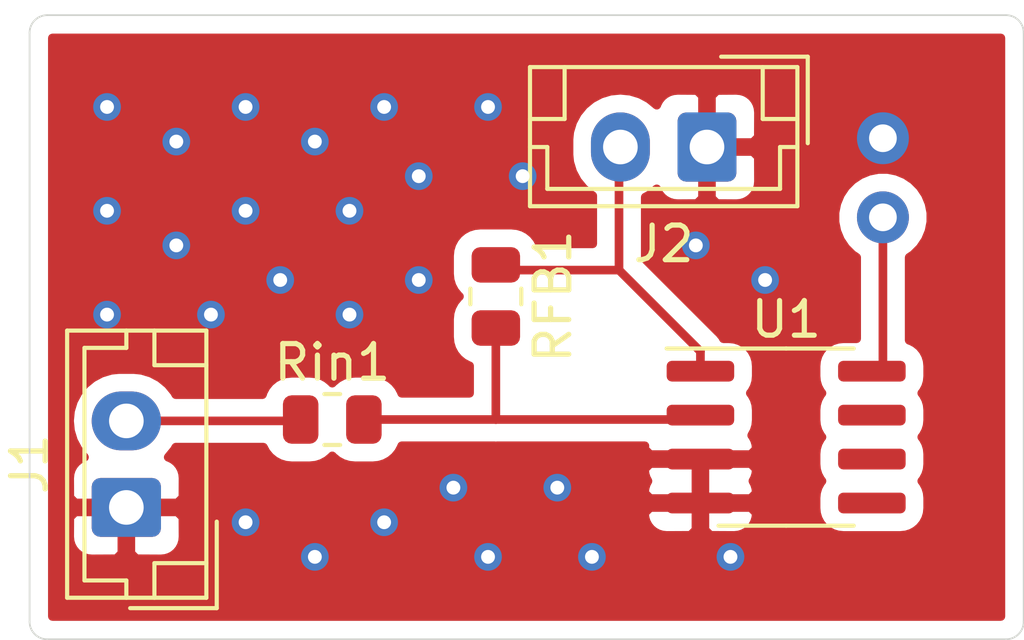
<source format=kicad_pcb>
(kicad_pcb (version 20171130) (host pcbnew "(5.1.9)-1")

  (general
    (thickness 1.6)
    (drawings 8)
    (tracks 41)
    (zones 0)
    (modules 5)
    (nets 9)
  )

  (page A4)
  (layers
    (0 F.Cu signal)
    (31 B.Cu signal)
    (32 B.Adhes user)
    (33 F.Adhes user)
    (34 B.Paste user)
    (35 F.Paste user)
    (36 B.SilkS user)
    (37 F.SilkS user)
    (38 B.Mask user)
    (39 F.Mask user)
    (40 Dwgs.User user)
    (41 Cmts.User user)
    (42 Eco1.User user)
    (43 Eco2.User user)
    (44 Edge.Cuts user)
    (45 Margin user)
    (46 B.CrtYd user)
    (47 F.CrtYd user)
    (48 B.Fab user)
    (49 F.Fab user)
  )

  (setup
    (last_trace_width 0.25)
    (trace_clearance 0.2)
    (zone_clearance 0.508)
    (zone_45_only no)
    (trace_min 0.2)
    (via_size 0.8)
    (via_drill 0.4)
    (via_min_size 0.4)
    (via_min_drill 0.3)
    (uvia_size 0.3)
    (uvia_drill 0.1)
    (uvias_allowed no)
    (uvia_min_size 0.2)
    (uvia_min_drill 0.1)
    (edge_width 0.05)
    (segment_width 0.2)
    (pcb_text_width 0.3)
    (pcb_text_size 1.5 1.5)
    (mod_edge_width 0.12)
    (mod_text_size 1 1)
    (mod_text_width 0.15)
    (pad_size 1.524 1.524)
    (pad_drill 0.762)
    (pad_to_mask_clearance 0)
    (aux_axis_origin 0 0)
    (visible_elements 7FFFFFFF)
    (pcbplotparams
      (layerselection 0x010fc_ffffffff)
      (usegerberextensions false)
      (usegerberattributes true)
      (usegerberadvancedattributes true)
      (creategerberjobfile true)
      (excludeedgelayer true)
      (linewidth 0.100000)
      (plotframeref false)
      (viasonmask false)
      (mode 1)
      (useauxorigin false)
      (hpglpennumber 1)
      (hpglpenspeed 20)
      (hpglpendiameter 15.000000)
      (psnegative false)
      (psa4output false)
      (plotreference true)
      (plotvalue true)
      (plotinvisibletext false)
      (padsonsilk false)
      (subtractmaskfromsilk false)
      (outputformat 1)
      (mirror false)
      (drillshape 1)
      (scaleselection 1)
      (outputdirectory ""))
  )

  (net 0 "")
  (net 1 "Net-(J1-Pad2)")
  (net 2 GND)
  (net 3 "Net-(J2-Pad2)")
  (net 4 "Net-(RFB1-Pad2)")
  (net 5 "Net-(U1-Pad5)")
  (net 6 "Net-(U1-Pad6)")
  (net 7 "Net-(U1-Pad7)")
  (net 8 VCC)

  (net_class Default "This is the default net class."
    (clearance 0.2)
    (trace_width 0.25)
    (via_dia 0.8)
    (via_drill 0.4)
    (uvia_dia 0.3)
    (uvia_drill 0.1)
    (add_net GND)
    (add_net "Net-(J1-Pad2)")
    (add_net "Net-(J2-Pad2)")
    (add_net "Net-(RFB1-Pad2)")
    (add_net "Net-(U1-Pad5)")
    (add_net "Net-(U1-Pad6)")
    (add_net "Net-(U1-Pad7)")
    (add_net VCC)
  )

  (module Connector_JST:JST_EH_B2B-EH-A_1x02_P2.50mm_Vertical (layer F.Cu) (tedit 5C28142C) (tstamp 600BAAE0)
    (at 114.046 68.072 90)
    (descr "JST EH series connector, B2B-EH-A (http://www.jst-mfg.com/product/pdf/eng/eEH.pdf), generated with kicad-footprint-generator")
    (tags "connector JST EH vertical")
    (path /600BDDAF)
    (fp_text reference J1 (at 1.25 -2.8 90) (layer F.SilkS)
      (effects (font (size 1 1) (thickness 0.15)))
    )
    (fp_text value 4P2C (at 1.25 3.4 90) (layer F.Fab)
      (effects (font (size 1 1) (thickness 0.15)))
    )
    (fp_line (start -2.91 2.61) (end -0.41 2.61) (layer F.Fab) (width 0.1))
    (fp_line (start -2.91 0.11) (end -2.91 2.61) (layer F.Fab) (width 0.1))
    (fp_line (start -2.91 2.61) (end -0.41 2.61) (layer F.SilkS) (width 0.12))
    (fp_line (start -2.91 0.11) (end -2.91 2.61) (layer F.SilkS) (width 0.12))
    (fp_line (start 4.11 0.81) (end 4.11 2.31) (layer F.SilkS) (width 0.12))
    (fp_line (start 5.11 0.81) (end 4.11 0.81) (layer F.SilkS) (width 0.12))
    (fp_line (start -1.61 0.81) (end -1.61 2.31) (layer F.SilkS) (width 0.12))
    (fp_line (start -2.61 0.81) (end -1.61 0.81) (layer F.SilkS) (width 0.12))
    (fp_line (start 4.61 0) (end 5.11 0) (layer F.SilkS) (width 0.12))
    (fp_line (start 4.61 -1.21) (end 4.61 0) (layer F.SilkS) (width 0.12))
    (fp_line (start -2.11 -1.21) (end 4.61 -1.21) (layer F.SilkS) (width 0.12))
    (fp_line (start -2.11 0) (end -2.11 -1.21) (layer F.SilkS) (width 0.12))
    (fp_line (start -2.61 0) (end -2.11 0) (layer F.SilkS) (width 0.12))
    (fp_line (start 5.11 -1.71) (end -2.61 -1.71) (layer F.SilkS) (width 0.12))
    (fp_line (start 5.11 2.31) (end 5.11 -1.71) (layer F.SilkS) (width 0.12))
    (fp_line (start -2.61 2.31) (end 5.11 2.31) (layer F.SilkS) (width 0.12))
    (fp_line (start -2.61 -1.71) (end -2.61 2.31) (layer F.SilkS) (width 0.12))
    (fp_line (start 5.5 -2.1) (end -3 -2.1) (layer F.CrtYd) (width 0.05))
    (fp_line (start 5.5 2.7) (end 5.5 -2.1) (layer F.CrtYd) (width 0.05))
    (fp_line (start -3 2.7) (end 5.5 2.7) (layer F.CrtYd) (width 0.05))
    (fp_line (start -3 -2.1) (end -3 2.7) (layer F.CrtYd) (width 0.05))
    (fp_line (start 5 -1.6) (end -2.5 -1.6) (layer F.Fab) (width 0.1))
    (fp_line (start 5 2.2) (end 5 -1.6) (layer F.Fab) (width 0.1))
    (fp_line (start -2.5 2.2) (end 5 2.2) (layer F.Fab) (width 0.1))
    (fp_line (start -2.5 -1.6) (end -2.5 2.2) (layer F.Fab) (width 0.1))
    (fp_text user %R (at 1.25 1.5 90) (layer F.Fab)
      (effects (font (size 1 1) (thickness 0.15)))
    )
    (pad 2 thru_hole oval (at 2.5 0 90) (size 1.7 2) (drill 1) (layers *.Cu *.Mask)
      (net 1 "Net-(J1-Pad2)"))
    (pad 1 thru_hole roundrect (at 0 0 90) (size 1.7 2) (drill 1) (layers *.Cu *.Mask) (roundrect_rratio 0.147059)
      (net 2 GND))
    (model ${KISYS3DMOD}/Connector_JST.3dshapes/JST_EH_B2B-EH-A_1x02_P2.50mm_Vertical.wrl
      (at (xyz 0 0 0))
      (scale (xyz 1 1 1))
      (rotate (xyz 0 0 0))
    )
  )

  (module Connector_JST:JST_EH_B2B-EH-A_1x02_P2.50mm_Vertical (layer F.Cu) (tedit 5C28142C) (tstamp 600BAB00)
    (at 130.81 57.658 180)
    (descr "JST EH series connector, B2B-EH-A (http://www.jst-mfg.com/product/pdf/eng/eEH.pdf), generated with kicad-footprint-generator")
    (tags "connector JST EH vertical")
    (path /600BBFF8)
    (fp_text reference J2 (at 1.25 -2.8) (layer F.SilkS)
      (effects (font (size 1 1) (thickness 0.15)))
    )
    (fp_text value 4P2C (at 1.25 3.4) (layer F.Fab)
      (effects (font (size 1 1) (thickness 0.15)))
    )
    (fp_line (start -2.5 -1.6) (end -2.5 2.2) (layer F.Fab) (width 0.1))
    (fp_line (start -2.5 2.2) (end 5 2.2) (layer F.Fab) (width 0.1))
    (fp_line (start 5 2.2) (end 5 -1.6) (layer F.Fab) (width 0.1))
    (fp_line (start 5 -1.6) (end -2.5 -1.6) (layer F.Fab) (width 0.1))
    (fp_line (start -3 -2.1) (end -3 2.7) (layer F.CrtYd) (width 0.05))
    (fp_line (start -3 2.7) (end 5.5 2.7) (layer F.CrtYd) (width 0.05))
    (fp_line (start 5.5 2.7) (end 5.5 -2.1) (layer F.CrtYd) (width 0.05))
    (fp_line (start 5.5 -2.1) (end -3 -2.1) (layer F.CrtYd) (width 0.05))
    (fp_line (start -2.61 -1.71) (end -2.61 2.31) (layer F.SilkS) (width 0.12))
    (fp_line (start -2.61 2.31) (end 5.11 2.31) (layer F.SilkS) (width 0.12))
    (fp_line (start 5.11 2.31) (end 5.11 -1.71) (layer F.SilkS) (width 0.12))
    (fp_line (start 5.11 -1.71) (end -2.61 -1.71) (layer F.SilkS) (width 0.12))
    (fp_line (start -2.61 0) (end -2.11 0) (layer F.SilkS) (width 0.12))
    (fp_line (start -2.11 0) (end -2.11 -1.21) (layer F.SilkS) (width 0.12))
    (fp_line (start -2.11 -1.21) (end 4.61 -1.21) (layer F.SilkS) (width 0.12))
    (fp_line (start 4.61 -1.21) (end 4.61 0) (layer F.SilkS) (width 0.12))
    (fp_line (start 4.61 0) (end 5.11 0) (layer F.SilkS) (width 0.12))
    (fp_line (start -2.61 0.81) (end -1.61 0.81) (layer F.SilkS) (width 0.12))
    (fp_line (start -1.61 0.81) (end -1.61 2.31) (layer F.SilkS) (width 0.12))
    (fp_line (start 5.11 0.81) (end 4.11 0.81) (layer F.SilkS) (width 0.12))
    (fp_line (start 4.11 0.81) (end 4.11 2.31) (layer F.SilkS) (width 0.12))
    (fp_line (start -2.91 0.11) (end -2.91 2.61) (layer F.SilkS) (width 0.12))
    (fp_line (start -2.91 2.61) (end -0.41 2.61) (layer F.SilkS) (width 0.12))
    (fp_line (start -2.91 0.11) (end -2.91 2.61) (layer F.Fab) (width 0.1))
    (fp_line (start -2.91 2.61) (end -0.41 2.61) (layer F.Fab) (width 0.1))
    (fp_text user %R (at 1.25 1.5) (layer F.Fab)
      (effects (font (size 1 1) (thickness 0.15)))
    )
    (pad 1 thru_hole roundrect (at 0 0 180) (size 1.7 2) (drill 1) (layers *.Cu *.Mask) (roundrect_rratio 0.147059)
      (net 2 GND))
    (pad 2 thru_hole oval (at 2.5 0 180) (size 1.7 2) (drill 1) (layers *.Cu *.Mask)
      (net 3 "Net-(J2-Pad2)"))
    (model ${KISYS3DMOD}/Connector_JST.3dshapes/JST_EH_B2B-EH-A_1x02_P2.50mm_Vertical.wrl
      (at (xyz 0 0 0))
      (scale (xyz 1 1 1))
      (rotate (xyz 0 0 0))
    )
  )

  (module Resistor_SMD:R_0805_2012Metric (layer F.Cu) (tedit 5F68FEEE) (tstamp 600BAB11)
    (at 124.714 61.976 270)
    (descr "Resistor SMD 0805 (2012 Metric), square (rectangular) end terminal, IPC_7351 nominal, (Body size source: IPC-SM-782 page 72, https://www.pcb-3d.com/wordpress/wp-content/uploads/ipc-sm-782a_amendment_1_and_2.pdf), generated with kicad-footprint-generator")
    (tags resistor)
    (path /600B7210)
    (attr smd)
    (fp_text reference RFB1 (at 0 -1.65 90) (layer F.SilkS)
      (effects (font (size 1 1) (thickness 0.15)))
    )
    (fp_text value 1k (at 0 1.65 90) (layer F.Fab)
      (effects (font (size 1 1) (thickness 0.15)))
    )
    (fp_line (start 1.68 0.95) (end -1.68 0.95) (layer F.CrtYd) (width 0.05))
    (fp_line (start 1.68 -0.95) (end 1.68 0.95) (layer F.CrtYd) (width 0.05))
    (fp_line (start -1.68 -0.95) (end 1.68 -0.95) (layer F.CrtYd) (width 0.05))
    (fp_line (start -1.68 0.95) (end -1.68 -0.95) (layer F.CrtYd) (width 0.05))
    (fp_line (start -0.227064 0.735) (end 0.227064 0.735) (layer F.SilkS) (width 0.12))
    (fp_line (start -0.227064 -0.735) (end 0.227064 -0.735) (layer F.SilkS) (width 0.12))
    (fp_line (start 1 0.625) (end -1 0.625) (layer F.Fab) (width 0.1))
    (fp_line (start 1 -0.625) (end 1 0.625) (layer F.Fab) (width 0.1))
    (fp_line (start -1 -0.625) (end 1 -0.625) (layer F.Fab) (width 0.1))
    (fp_line (start -1 0.625) (end -1 -0.625) (layer F.Fab) (width 0.1))
    (fp_text user %R (at 0 0 90) (layer F.Fab)
      (effects (font (size 0.5 0.5) (thickness 0.08)))
    )
    (pad 2 smd roundrect (at 0.9125 0 270) (size 1.025 1.4) (layers F.Cu F.Paste F.Mask) (roundrect_rratio 0.243902)
      (net 4 "Net-(RFB1-Pad2)"))
    (pad 1 smd roundrect (at -0.9125 0 270) (size 1.025 1.4) (layers F.Cu F.Paste F.Mask) (roundrect_rratio 0.243902)
      (net 3 "Net-(J2-Pad2)"))
    (model ${KISYS3DMOD}/Resistor_SMD.3dshapes/R_0805_2012Metric.wrl
      (at (xyz 0 0 0))
      (scale (xyz 1 1 1))
      (rotate (xyz 0 0 0))
    )
  )

  (module Resistor_SMD:R_0805_2012Metric (layer F.Cu) (tedit 5F68FEEE) (tstamp 600BAB22)
    (at 119.9915 65.532)
    (descr "Resistor SMD 0805 (2012 Metric), square (rectangular) end terminal, IPC_7351 nominal, (Body size source: IPC-SM-782 page 72, https://www.pcb-3d.com/wordpress/wp-content/uploads/ipc-sm-782a_amendment_1_and_2.pdf), generated with kicad-footprint-generator")
    (tags resistor)
    (path /600B31C9)
    (attr smd)
    (fp_text reference Rin1 (at 0 -1.65) (layer F.SilkS)
      (effects (font (size 1 1) (thickness 0.15)))
    )
    (fp_text value 100 (at 0 1.65) (layer F.Fab)
      (effects (font (size 1 1) (thickness 0.15)))
    )
    (fp_line (start -1 0.625) (end -1 -0.625) (layer F.Fab) (width 0.1))
    (fp_line (start -1 -0.625) (end 1 -0.625) (layer F.Fab) (width 0.1))
    (fp_line (start 1 -0.625) (end 1 0.625) (layer F.Fab) (width 0.1))
    (fp_line (start 1 0.625) (end -1 0.625) (layer F.Fab) (width 0.1))
    (fp_line (start -0.227064 -0.735) (end 0.227064 -0.735) (layer F.SilkS) (width 0.12))
    (fp_line (start -0.227064 0.735) (end 0.227064 0.735) (layer F.SilkS) (width 0.12))
    (fp_line (start -1.68 0.95) (end -1.68 -0.95) (layer F.CrtYd) (width 0.05))
    (fp_line (start -1.68 -0.95) (end 1.68 -0.95) (layer F.CrtYd) (width 0.05))
    (fp_line (start 1.68 -0.95) (end 1.68 0.95) (layer F.CrtYd) (width 0.05))
    (fp_line (start 1.68 0.95) (end -1.68 0.95) (layer F.CrtYd) (width 0.05))
    (fp_text user %R (at 0 0) (layer F.Fab)
      (effects (font (size 0.5 0.5) (thickness 0.08)))
    )
    (pad 1 smd roundrect (at -0.9125 0) (size 1.025 1.4) (layers F.Cu F.Paste F.Mask) (roundrect_rratio 0.243902)
      (net 1 "Net-(J1-Pad2)"))
    (pad 2 smd roundrect (at 0.9125 0) (size 1.025 1.4) (layers F.Cu F.Paste F.Mask) (roundrect_rratio 0.243902)
      (net 4 "Net-(RFB1-Pad2)"))
    (model ${KISYS3DMOD}/Resistor_SMD.3dshapes/R_0805_2012Metric.wrl
      (at (xyz 0 0 0))
      (scale (xyz 1 1 1))
      (rotate (xyz 0 0 0))
    )
  )

  (module Package_SO:SOIC-8_3.9x4.9mm_P1.27mm (layer F.Cu) (tedit 5D9F72B1) (tstamp 600BAB3C)
    (at 133.096 66.04)
    (descr "SOIC, 8 Pin (JEDEC MS-012AA, https://www.analog.com/media/en/package-pcb-resources/package/pkg_pdf/soic_narrow-r/r_8.pdf), generated with kicad-footprint-generator ipc_gullwing_generator.py")
    (tags "SOIC SO")
    (path /600B5634)
    (attr smd)
    (fp_text reference U1 (at 0 -3.4) (layer F.SilkS)
      (effects (font (size 1 1) (thickness 0.15)))
    )
    (fp_text value LMC358 (at 0 3.4) (layer F.Fab)
      (effects (font (size 1 1) (thickness 0.15)))
    )
    (fp_line (start 0 2.56) (end 1.95 2.56) (layer F.SilkS) (width 0.12))
    (fp_line (start 0 2.56) (end -1.95 2.56) (layer F.SilkS) (width 0.12))
    (fp_line (start 0 -2.56) (end 1.95 -2.56) (layer F.SilkS) (width 0.12))
    (fp_line (start 0 -2.56) (end -3.45 -2.56) (layer F.SilkS) (width 0.12))
    (fp_line (start -0.975 -2.45) (end 1.95 -2.45) (layer F.Fab) (width 0.1))
    (fp_line (start 1.95 -2.45) (end 1.95 2.45) (layer F.Fab) (width 0.1))
    (fp_line (start 1.95 2.45) (end -1.95 2.45) (layer F.Fab) (width 0.1))
    (fp_line (start -1.95 2.45) (end -1.95 -1.475) (layer F.Fab) (width 0.1))
    (fp_line (start -1.95 -1.475) (end -0.975 -2.45) (layer F.Fab) (width 0.1))
    (fp_line (start -3.7 -2.7) (end -3.7 2.7) (layer F.CrtYd) (width 0.05))
    (fp_line (start -3.7 2.7) (end 3.7 2.7) (layer F.CrtYd) (width 0.05))
    (fp_line (start 3.7 2.7) (end 3.7 -2.7) (layer F.CrtYd) (width 0.05))
    (fp_line (start 3.7 -2.7) (end -3.7 -2.7) (layer F.CrtYd) (width 0.05))
    (fp_text user %R (at 0 0) (layer F.Fab)
      (effects (font (size 0.98 0.98) (thickness 0.15)))
    )
    (pad 1 smd roundrect (at -2.475 -1.905) (size 1.95 0.6) (layers F.Cu F.Paste F.Mask) (roundrect_rratio 0.25)
      (net 3 "Net-(J2-Pad2)"))
    (pad 2 smd roundrect (at -2.475 -0.635) (size 1.95 0.6) (layers F.Cu F.Paste F.Mask) (roundrect_rratio 0.25)
      (net 4 "Net-(RFB1-Pad2)"))
    (pad 3 smd roundrect (at -2.475 0.635) (size 1.95 0.6) (layers F.Cu F.Paste F.Mask) (roundrect_rratio 0.25)
      (net 2 GND))
    (pad 4 smd roundrect (at -2.475 1.905) (size 1.95 0.6) (layers F.Cu F.Paste F.Mask) (roundrect_rratio 0.25)
      (net 2 GND))
    (pad 5 smd roundrect (at 2.475 1.905) (size 1.95 0.6) (layers F.Cu F.Paste F.Mask) (roundrect_rratio 0.25)
      (net 5 "Net-(U1-Pad5)"))
    (pad 6 smd roundrect (at 2.475 0.635) (size 1.95 0.6) (layers F.Cu F.Paste F.Mask) (roundrect_rratio 0.25)
      (net 6 "Net-(U1-Pad6)"))
    (pad 7 smd roundrect (at 2.475 -0.635) (size 1.95 0.6) (layers F.Cu F.Paste F.Mask) (roundrect_rratio 0.25)
      (net 7 "Net-(U1-Pad7)"))
    (pad 8 smd roundrect (at 2.475 -1.905) (size 1.95 0.6) (layers F.Cu F.Paste F.Mask) (roundrect_rratio 0.25)
      (net 8 VCC))
    (model ${KISYS3DMOD}/Package_SO.3dshapes/SOIC-8_3.9x4.9mm_P1.27mm.wrl
      (at (xyz 0 0 0))
      (scale (xyz 1 1 1))
      (rotate (xyz 0 0 0))
    )
  )

  (gr_line (start 111.76 71.882) (end 139.446 71.882) (layer Edge.Cuts) (width 0.05) (tstamp 600BAFFF))
  (gr_line (start 111.252 54.356) (end 111.252 71.374) (layer Edge.Cuts) (width 0.05) (tstamp 600BAFFE))
  (gr_line (start 139.446 53.848) (end 111.76 53.848) (layer Edge.Cuts) (width 0.05) (tstamp 600BAFFD))
  (gr_line (start 139.954 71.374) (end 139.954 54.356) (layer Edge.Cuts) (width 0.05) (tstamp 600BAFFC))
  (gr_arc (start 139.446 71.374) (end 139.446 71.882) (angle -90) (layer Edge.Cuts) (width 0.05))
  (gr_arc (start 111.76 71.374) (end 111.252 71.374) (angle -90) (layer Edge.Cuts) (width 0.05))
  (gr_arc (start 111.76 54.356) (end 111.76 53.848) (angle -90) (layer Edge.Cuts) (width 0.05))
  (gr_arc (start 139.446 54.356) (end 139.954 54.356) (angle -90) (layer Edge.Cuts) (width 0.05))

  (segment (start 114.046 65.572) (end 119.086 65.572) (width 0.25) (layer F.Cu) (net 1))
  (segment (start 119.086 65.572) (end 119.126 65.532) (width 0.25) (layer F.Cu) (net 1))
  (via (at 135.89 57.404) (size 1.5) (drill 0.8) (layers F.Cu B.Cu) (net 2) (tstamp 600BAFF4))
  (via (at 113.4885 56.5005) (size 0.8) (drill 0.4) (layers F.Cu B.Cu) (net 2) (tstamp 21))
  (via (at 113.4885 59.5005) (size 0.8) (drill 0.4) (layers F.Cu B.Cu) (net 2) (tstamp 21))
  (via (at 113.4885 62.5005) (size 0.8) (drill 0.4) (layers F.Cu B.Cu) (net 2) (tstamp 21))
  (via (at 115.4885 57.5005) (size 0.8) (drill 0.4) (layers F.Cu B.Cu) (net 2) (tstamp 21))
  (via (at 115.4885 60.5005) (size 0.8) (drill 0.4) (layers F.Cu B.Cu) (net 2) (tstamp 21))
  (via (at 116.4885 62.5005) (size 0.8) (drill 0.4) (layers F.Cu B.Cu) (net 2) (tstamp 21))
  (via (at 117.4885 56.5005) (size 0.8) (drill 0.4) (layers F.Cu B.Cu) (net 2) (tstamp 21))
  (via (at 117.4885 59.5005) (size 0.8) (drill 0.4) (layers F.Cu B.Cu) (net 2) (tstamp 21))
  (via (at 117.4885 68.5005) (size 0.8) (drill 0.4) (layers F.Cu B.Cu) (net 2) (tstamp 21))
  (via (at 118.4885 61.5005) (size 0.8) (drill 0.4) (layers F.Cu B.Cu) (net 2) (tstamp 21))
  (via (at 119.4885 57.5005) (size 0.8) (drill 0.4) (layers F.Cu B.Cu) (net 2) (tstamp 21))
  (via (at 119.4885 69.5005) (size 0.8) (drill 0.4) (layers F.Cu B.Cu) (net 2) (tstamp 21))
  (via (at 120.4885 59.5005) (size 0.8) (drill 0.4) (layers F.Cu B.Cu) (net 2) (tstamp 21))
  (via (at 120.4885 62.5005) (size 0.8) (drill 0.4) (layers F.Cu B.Cu) (net 2) (tstamp 21))
  (via (at 121.4885 56.5005) (size 0.8) (drill 0.4) (layers F.Cu B.Cu) (net 2) (tstamp 21))
  (via (at 121.4885 68.5005) (size 0.8) (drill 0.4) (layers F.Cu B.Cu) (net 2) (tstamp 21))
  (via (at 122.4885 58.5005) (size 0.8) (drill 0.4) (layers F.Cu B.Cu) (net 2) (tstamp 21))
  (via (at 122.4885 61.5005) (size 0.8) (drill 0.4) (layers F.Cu B.Cu) (net 2) (tstamp 21))
  (via (at 123.4885 67.5005) (size 0.8) (drill 0.4) (layers F.Cu B.Cu) (net 2) (tstamp 21))
  (via (at 124.4885 56.5005) (size 0.8) (drill 0.4) (layers F.Cu B.Cu) (net 2) (tstamp 21))
  (via (at 124.4885 69.5005) (size 0.8) (drill 0.4) (layers F.Cu B.Cu) (net 2) (tstamp 21))
  (via (at 125.4885 58.5005) (size 0.8) (drill 0.4) (layers F.Cu B.Cu) (net 2) (tstamp 21))
  (via (at 126.4885 67.5005) (size 0.8) (drill 0.4) (layers F.Cu B.Cu) (net 2) (tstamp 21))
  (via (at 127.4885 69.5005) (size 0.8) (drill 0.4) (layers F.Cu B.Cu) (net 2) (tstamp 21))
  (via (at 130.4885 60.5005) (size 0.8) (drill 0.4) (layers F.Cu B.Cu) (net 2) (tstamp 21))
  (via (at 131.4885 69.5005) (size 0.8) (drill 0.4) (layers F.Cu B.Cu) (net 2) (tstamp 21))
  (via (at 132.4885 61.5005) (size 0.8) (drill 0.4) (layers F.Cu B.Cu) (net 2) (tstamp 21))
  (segment (start 130.621 64.135) (end 130.621 63.565) (width 0.25) (layer F.Cu) (net 3))
  (segment (start 130.621 63.565) (end 128.27 61.214) (width 0.25) (layer F.Cu) (net 3))
  (segment (start 128.27 61.214) (end 124.714 61.214) (width 0.25) (layer F.Cu) (net 3))
  (segment (start 128.27 61.214) (end 128.27 57.404) (width 0.25) (layer F.Cu) (net 3))
  (segment (start 128.27 57.404) (end 128.27 57.658) (width 0.25) (layer F.Cu) (net 3))
  (segment (start 124.714 65.532) (end 130.81 65.532) (width 0.25) (layer F.Cu) (net 4))
  (segment (start 124.714 62.8885) (end 124.714 65.532) (width 0.25) (layer F.Cu) (net 4))
  (segment (start 120.904 65.532) (end 124.714 65.532) (width 0.25) (layer F.Cu) (net 4))
  (via (at 135.89 59.69) (size 1.5) (drill 0.8) (layers F.Cu B.Cu) (net 8))
  (segment (start 135.89 59.69) (end 135.89 64.008) (width 0.25) (layer F.Cu) (net 8))
  (segment (start 135.89 64.008) (end 135.636 64.008) (width 0.25) (layer F.Cu) (net 8))

  (zone (net 2) (net_name GND) (layer F.Cu) (tstamp 0) (hatch edge 0.508)
    (connect_pads (clearance 0.508))
    (min_thickness 0.254)
    (fill yes (arc_segments 32) (thermal_gap 0.508) (thermal_bridge_width 0.508))
    (polygon
      (pts
        (xy 139.446 71.374) (xy 111.76 71.374) (xy 111.76 54.356) (xy 139.446 54.356)
      )
    )
    (filled_polygon
      (pts
        (xy 139.294 71.222) (xy 111.912 71.222) (xy 111.912 68.922) (xy 112.407928 68.922) (xy 112.420188 69.046482)
        (xy 112.456498 69.16618) (xy 112.515463 69.276494) (xy 112.594815 69.373185) (xy 112.691506 69.452537) (xy 112.80182 69.511502)
        (xy 112.921518 69.547812) (xy 113.046 69.560072) (xy 113.76025 69.557) (xy 113.919 69.39825) (xy 113.919 68.199)
        (xy 114.173 68.199) (xy 114.173 69.39825) (xy 114.33175 69.557) (xy 115.046 69.560072) (xy 115.170482 69.547812)
        (xy 115.29018 69.511502) (xy 115.400494 69.452537) (xy 115.497185 69.373185) (xy 115.576537 69.276494) (xy 115.635502 69.16618)
        (xy 115.671812 69.046482) (xy 115.684072 68.922) (xy 115.681 68.35775) (xy 115.56825 68.245) (xy 129.007928 68.245)
        (xy 129.020188 68.369482) (xy 129.056498 68.48918) (xy 129.115463 68.599494) (xy 129.194815 68.696185) (xy 129.291506 68.775537)
        (xy 129.40182 68.834502) (xy 129.521518 68.870812) (xy 129.646 68.883072) (xy 130.33525 68.88) (xy 130.494 68.72125)
        (xy 130.494 68.072) (xy 130.748 68.072) (xy 130.748 68.72125) (xy 130.90675 68.88) (xy 131.596 68.883072)
        (xy 131.720482 68.870812) (xy 131.84018 68.834502) (xy 131.950494 68.775537) (xy 132.047185 68.696185) (xy 132.126537 68.599494)
        (xy 132.185502 68.48918) (xy 132.221812 68.369482) (xy 132.234072 68.245) (xy 132.231 68.23075) (xy 132.07225 68.072)
        (xy 130.748 68.072) (xy 130.494 68.072) (xy 129.16975 68.072) (xy 129.011 68.23075) (xy 129.007928 68.245)
        (xy 115.56825 68.245) (xy 115.52225 68.199) (xy 114.173 68.199) (xy 113.919 68.199) (xy 112.56975 68.199)
        (xy 112.411 68.35775) (xy 112.407928 68.922) (xy 111.912 68.922) (xy 111.912 65.572) (xy 112.403815 65.572)
        (xy 112.432487 65.863111) (xy 112.517401 66.143034) (xy 112.655294 66.401014) (xy 112.836608 66.621945) (xy 112.80182 66.632498)
        (xy 112.691506 66.691463) (xy 112.594815 66.770815) (xy 112.515463 66.867506) (xy 112.456498 66.97782) (xy 112.420188 67.097518)
        (xy 112.407928 67.222) (xy 112.411 67.78625) (xy 112.56975 67.945) (xy 113.919 67.945) (xy 113.919 67.925)
        (xy 114.173 67.925) (xy 114.173 67.945) (xy 115.52225 67.945) (xy 115.681 67.78625) (xy 115.684072 67.222)
        (xy 115.671812 67.097518) (xy 115.635502 66.97782) (xy 115.633995 66.975) (xy 129.007928 66.975) (xy 129.020188 67.099482)
        (xy 129.056498 67.21918) (xy 129.105043 67.31) (xy 129.056498 67.40082) (xy 129.020188 67.520518) (xy 129.007928 67.645)
        (xy 129.011 67.65925) (xy 129.16975 67.818) (xy 130.494 67.818) (xy 130.494 66.802) (xy 130.748 66.802)
        (xy 130.748 67.818) (xy 132.07225 67.818) (xy 132.231 67.65925) (xy 132.234072 67.645) (xy 132.221812 67.520518)
        (xy 132.185502 67.40082) (xy 132.136957 67.31) (xy 132.185502 67.21918) (xy 132.221812 67.099482) (xy 132.234072 66.975)
        (xy 132.231 66.96075) (xy 132.07225 66.802) (xy 130.748 66.802) (xy 130.494 66.802) (xy 129.16975 66.802)
        (xy 129.011 66.96075) (xy 129.007928 66.975) (xy 115.633995 66.975) (xy 115.576537 66.867506) (xy 115.497185 66.770815)
        (xy 115.400494 66.691463) (xy 115.29018 66.632498) (xy 115.255392 66.621945) (xy 115.436706 66.401014) (xy 115.473595 66.332)
        (xy 118.001453 66.332) (xy 118.078095 66.475387) (xy 118.188538 66.609962) (xy 118.323113 66.720405) (xy 118.476649 66.802472)
        (xy 118.643245 66.853008) (xy 118.816499 66.870072) (xy 119.341501 66.870072) (xy 119.514755 66.853008) (xy 119.681351 66.802472)
        (xy 119.834887 66.720405) (xy 119.969462 66.609962) (xy 119.9915 66.583109) (xy 120.013538 66.609962) (xy 120.148113 66.720405)
        (xy 120.301649 66.802472) (xy 120.468245 66.853008) (xy 120.641499 66.870072) (xy 121.166501 66.870072) (xy 121.339755 66.853008)
        (xy 121.506351 66.802472) (xy 121.659887 66.720405) (xy 121.794462 66.609962) (xy 121.904905 66.475387) (xy 121.986972 66.321851)
        (xy 121.996027 66.292) (xy 124.676667 66.292) (xy 124.714 66.295677) (xy 124.751333 66.292) (xy 129.016103 66.292)
        (xy 129.007928 66.375) (xy 129.011 66.38925) (xy 129.16975 66.548) (xy 130.494 66.548) (xy 130.494 66.528)
        (xy 130.748 66.528) (xy 130.748 66.548) (xy 132.07225 66.548) (xy 132.231 66.38925) (xy 132.234072 66.375)
        (xy 132.221812 66.250518) (xy 132.185502 66.13082) (xy 132.126537 66.020506) (xy 132.10227 65.990936) (xy 132.174084 65.856582)
        (xy 132.218929 65.708745) (xy 132.234072 65.555) (xy 132.234072 65.255) (xy 132.218929 65.101255) (xy 132.174084 64.953418)
        (xy 132.101258 64.817171) (xy 132.062546 64.77) (xy 132.101258 64.722829) (xy 132.174084 64.586582) (xy 132.218929 64.438745)
        (xy 132.234072 64.285) (xy 132.234072 63.985) (xy 133.957928 63.985) (xy 133.957928 64.285) (xy 133.973071 64.438745)
        (xy 134.017916 64.586582) (xy 134.090742 64.722829) (xy 134.129454 64.77) (xy 134.090742 64.817171) (xy 134.017916 64.953418)
        (xy 133.973071 65.101255) (xy 133.957928 65.255) (xy 133.957928 65.555) (xy 133.973071 65.708745) (xy 134.017916 65.856582)
        (xy 134.090742 65.992829) (xy 134.129454 66.04) (xy 134.090742 66.087171) (xy 134.017916 66.223418) (xy 133.973071 66.371255)
        (xy 133.957928 66.525) (xy 133.957928 66.825) (xy 133.973071 66.978745) (xy 134.017916 67.126582) (xy 134.090742 67.262829)
        (xy 134.129454 67.31) (xy 134.090742 67.357171) (xy 134.017916 67.493418) (xy 133.973071 67.641255) (xy 133.957928 67.795)
        (xy 133.957928 68.095) (xy 133.973071 68.248745) (xy 134.017916 68.396582) (xy 134.090742 68.532829) (xy 134.188749 68.652251)
        (xy 134.308171 68.750258) (xy 134.444418 68.823084) (xy 134.592255 68.867929) (xy 134.746 68.883072) (xy 136.396 68.883072)
        (xy 136.549745 68.867929) (xy 136.697582 68.823084) (xy 136.833829 68.750258) (xy 136.953251 68.652251) (xy 137.051258 68.532829)
        (xy 137.124084 68.396582) (xy 137.168929 68.248745) (xy 137.184072 68.095) (xy 137.184072 67.795) (xy 137.168929 67.641255)
        (xy 137.124084 67.493418) (xy 137.051258 67.357171) (xy 137.012546 67.31) (xy 137.051258 67.262829) (xy 137.124084 67.126582)
        (xy 137.168929 66.978745) (xy 137.184072 66.825) (xy 137.184072 66.525) (xy 137.168929 66.371255) (xy 137.124084 66.223418)
        (xy 137.051258 66.087171) (xy 137.012546 66.04) (xy 137.051258 65.992829) (xy 137.124084 65.856582) (xy 137.168929 65.708745)
        (xy 137.184072 65.555) (xy 137.184072 65.255) (xy 137.168929 65.101255) (xy 137.124084 64.953418) (xy 137.051258 64.817171)
        (xy 137.012546 64.77) (xy 137.051258 64.722829) (xy 137.124084 64.586582) (xy 137.168929 64.438745) (xy 137.184072 64.285)
        (xy 137.184072 63.985) (xy 137.168929 63.831255) (xy 137.124084 63.683418) (xy 137.051258 63.547171) (xy 136.953251 63.427749)
        (xy 136.833829 63.329742) (xy 136.697582 63.256916) (xy 136.65 63.242482) (xy 136.65 60.847909) (xy 136.772886 60.765799)
        (xy 136.965799 60.572886) (xy 137.117371 60.346043) (xy 137.221775 60.093989) (xy 137.275 59.826411) (xy 137.275 59.553589)
        (xy 137.221775 59.286011) (xy 137.117371 59.033957) (xy 136.965799 58.807114) (xy 136.772886 58.614201) (xy 136.546043 58.462629)
        (xy 136.293989 58.358225) (xy 136.026411 58.305) (xy 135.753589 58.305) (xy 135.486011 58.358225) (xy 135.233957 58.462629)
        (xy 135.007114 58.614201) (xy 134.814201 58.807114) (xy 134.662629 59.033957) (xy 134.558225 59.286011) (xy 134.505 59.553589)
        (xy 134.505 59.826411) (xy 134.558225 60.093989) (xy 134.662629 60.346043) (xy 134.814201 60.572886) (xy 135.007114 60.765799)
        (xy 135.13 60.847909) (xy 135.130001 63.196928) (xy 134.746 63.196928) (xy 134.592255 63.212071) (xy 134.444418 63.256916)
        (xy 134.308171 63.329742) (xy 134.188749 63.427749) (xy 134.090742 63.547171) (xy 134.017916 63.683418) (xy 133.973071 63.831255)
        (xy 133.957928 63.985) (xy 132.234072 63.985) (xy 132.218929 63.831255) (xy 132.174084 63.683418) (xy 132.101258 63.547171)
        (xy 132.003251 63.427749) (xy 131.883829 63.329742) (xy 131.747582 63.256916) (xy 131.599745 63.212071) (xy 131.446 63.196928)
        (xy 131.286016 63.196928) (xy 131.255974 63.140723) (xy 131.184799 63.053997) (xy 131.161001 63.024999) (xy 131.132003 63.001201)
        (xy 129.03 60.899199) (xy 129.03 59.106975) (xy 129.139013 59.048706) (xy 129.359945 58.867392) (xy 129.370498 58.90218)
        (xy 129.429463 59.012494) (xy 129.508815 59.109185) (xy 129.605506 59.188537) (xy 129.71582 59.247502) (xy 129.835518 59.283812)
        (xy 129.96 59.296072) (xy 130.52425 59.293) (xy 130.683 59.13425) (xy 130.683 57.785) (xy 130.937 57.785)
        (xy 130.937 59.13425) (xy 131.09575 59.293) (xy 131.66 59.296072) (xy 131.784482 59.283812) (xy 131.90418 59.247502)
        (xy 132.014494 59.188537) (xy 132.111185 59.109185) (xy 132.190537 59.012494) (xy 132.249502 58.90218) (xy 132.285812 58.782482)
        (xy 132.298072 58.658) (xy 132.295 57.94375) (xy 132.13625 57.785) (xy 130.937 57.785) (xy 130.683 57.785)
        (xy 130.663 57.785) (xy 130.663 57.531) (xy 130.683 57.531) (xy 130.683 56.18175) (xy 130.937 56.18175)
        (xy 130.937 57.531) (xy 132.13625 57.531) (xy 132.295 57.37225) (xy 132.298072 56.658) (xy 132.285812 56.533518)
        (xy 132.249502 56.41382) (xy 132.190537 56.303506) (xy 132.111185 56.206815) (xy 132.014494 56.127463) (xy 131.90418 56.068498)
        (xy 131.784482 56.032188) (xy 131.66 56.019928) (xy 131.09575 56.023) (xy 130.937 56.18175) (xy 130.683 56.18175)
        (xy 130.52425 56.023) (xy 129.96 56.019928) (xy 129.835518 56.032188) (xy 129.71582 56.068498) (xy 129.605506 56.127463)
        (xy 129.508815 56.206815) (xy 129.429463 56.303506) (xy 129.370498 56.41382) (xy 129.359945 56.448608) (xy 129.139014 56.267294)
        (xy 128.881034 56.129401) (xy 128.601111 56.044487) (xy 128.31 56.015815) (xy 128.01889 56.044487) (xy 127.738967 56.129401)
        (xy 127.480987 56.267294) (xy 127.254866 56.452866) (xy 127.069294 56.678986) (xy 126.931401 56.936966) (xy 126.846487 57.216889)
        (xy 126.825 57.43505) (xy 126.825 57.880949) (xy 126.846487 58.09911) (xy 126.931401 58.379033) (xy 127.069294 58.637013)
        (xy 127.254866 58.863134) (xy 127.480986 59.048706) (xy 127.510001 59.064215) (xy 127.51 60.454) (xy 125.980651 60.454)
        (xy 125.902405 60.307613) (xy 125.791962 60.173038) (xy 125.657387 60.062595) (xy 125.503851 59.980528) (xy 125.337255 59.929992)
        (xy 125.164001 59.912928) (xy 124.263999 59.912928) (xy 124.090745 59.929992) (xy 123.924149 59.980528) (xy 123.770613 60.062595)
        (xy 123.636038 60.173038) (xy 123.525595 60.307613) (xy 123.443528 60.461149) (xy 123.392992 60.627745) (xy 123.375928 60.800999)
        (xy 123.375928 61.326001) (xy 123.392992 61.499255) (xy 123.443528 61.665851) (xy 123.525595 61.819387) (xy 123.636038 61.953962)
        (xy 123.662891 61.976) (xy 123.636038 61.998038) (xy 123.525595 62.132613) (xy 123.443528 62.286149) (xy 123.392992 62.452745)
        (xy 123.375928 62.625999) (xy 123.375928 63.151001) (xy 123.392992 63.324255) (xy 123.443528 63.490851) (xy 123.525595 63.644387)
        (xy 123.636038 63.778962) (xy 123.770613 63.889405) (xy 123.924149 63.971472) (xy 123.954 63.980527) (xy 123.954001 64.772)
        (xy 121.996027 64.772) (xy 121.986972 64.742149) (xy 121.904905 64.588613) (xy 121.794462 64.454038) (xy 121.659887 64.343595)
        (xy 121.506351 64.261528) (xy 121.339755 64.210992) (xy 121.166501 64.193928) (xy 120.641499 64.193928) (xy 120.468245 64.210992)
        (xy 120.301649 64.261528) (xy 120.148113 64.343595) (xy 120.013538 64.454038) (xy 119.9915 64.480891) (xy 119.969462 64.454038)
        (xy 119.834887 64.343595) (xy 119.681351 64.261528) (xy 119.514755 64.210992) (xy 119.341501 64.193928) (xy 118.816499 64.193928)
        (xy 118.643245 64.210992) (xy 118.476649 64.261528) (xy 118.323113 64.343595) (xy 118.188538 64.454038) (xy 118.078095 64.588613)
        (xy 117.996028 64.742149) (xy 117.974839 64.812) (xy 115.473595 64.812) (xy 115.436706 64.742986) (xy 115.251134 64.516866)
        (xy 115.025014 64.331294) (xy 114.767034 64.193401) (xy 114.487111 64.108487) (xy 114.26895 64.087) (xy 113.82305 64.087)
        (xy 113.604889 64.108487) (xy 113.324966 64.193401) (xy 113.066986 64.331294) (xy 112.840866 64.516866) (xy 112.655294 64.742986)
        (xy 112.517401 65.000966) (xy 112.432487 65.280889) (xy 112.403815 65.572) (xy 111.912 65.572) (xy 111.912 54.508)
        (xy 139.294001 54.508)
      )
    )
  )
)

</source>
